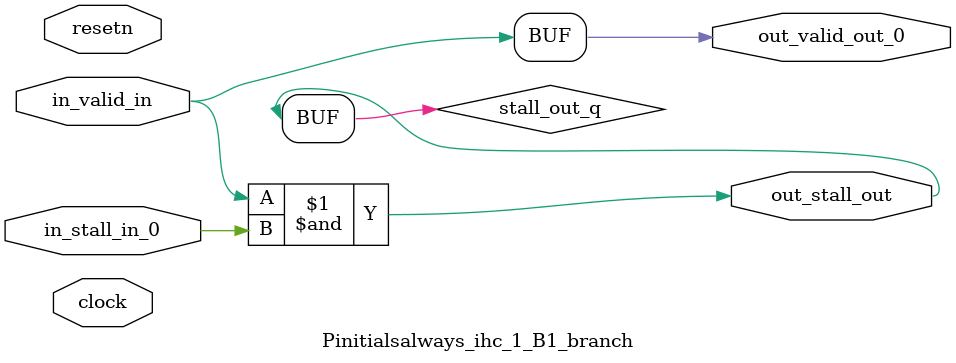
<source format=sv>



(* altera_attribute = "-name AUTO_SHIFT_REGISTER_RECOGNITION OFF; -name MESSAGE_DISABLE 10036; -name MESSAGE_DISABLE 10037; -name MESSAGE_DISABLE 14130; -name MESSAGE_DISABLE 14320; -name MESSAGE_DISABLE 15400; -name MESSAGE_DISABLE 14130; -name MESSAGE_DISABLE 10036; -name MESSAGE_DISABLE 12020; -name MESSAGE_DISABLE 12030; -name MESSAGE_DISABLE 12010; -name MESSAGE_DISABLE 12110; -name MESSAGE_DISABLE 14320; -name MESSAGE_DISABLE 13410; -name MESSAGE_DISABLE 113007; -name MESSAGE_DISABLE 10958" *)
module Pinitialsalways_ihc_1_B1_branch (
    input wire [0:0] in_stall_in_0,
    input wire [0:0] in_valid_in,
    output wire [0:0] out_stall_out,
    output wire [0:0] out_valid_out_0,
    input wire clock,
    input wire resetn
    );

    wire [0:0] stall_out_q;


    // stall_out(LOGICAL,6)
    assign stall_out_q = in_valid_in & in_stall_in_0;

    // out_stall_out(GPOUT,4)
    assign out_stall_out = stall_out_q;

    // out_valid_out_0(GPOUT,5)
    assign out_valid_out_0 = in_valid_in;

endmodule

</source>
